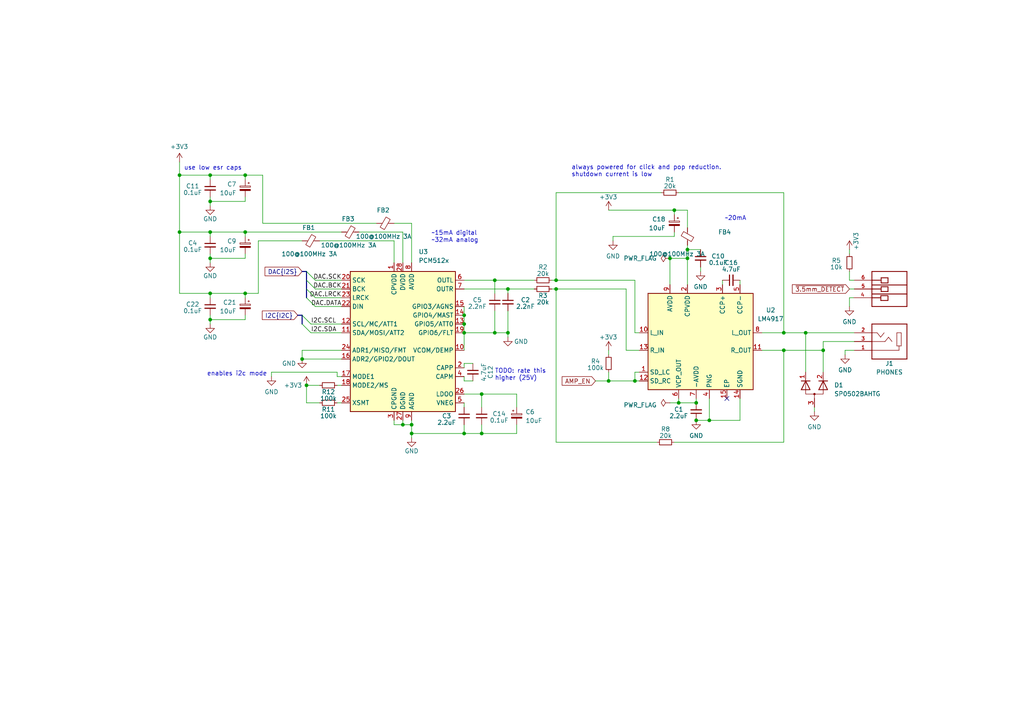
<source format=kicad_sch>
(kicad_sch (version 20230121) (generator eeschema)
  (paper "A4")
  (title_block (date "2022-09-04") (rev "1"))
  (lib_symbols
    (symbol "Audio:PCM5121PW"
      (property "Reference" "U" (at -13.97 21.59 0))
      (property "Value" "PCM5121PW" (at 10.16 21.59 0))
      (symbol "PCM5121PW_0_1"
        (rectangle (start -15.24 20.32) (end 15.24 -20.32) (stroke (width 0.254)) (fill (type background)))
      )
      (symbol "PCM5121PW_1_1"
        (pin power_in line (at -2.54 22.86 270) (length 2.54) (name "CPVDD") (number "1"))
        (pin bidirectional line (at 17.78 -2.54 180) (length 2.54) (name "VCOM/DEMP") (number "10"))
        (pin bidirectional line (at -17.78 2.54 0) (length 2.54) (name "SDA/MOSI/ATT2") (number "11"))
        (pin input line (at -17.78 5.08 0) (length 2.54) (name "SCL/MC/ATT1") (number "12"))
        (pin bidirectional line (at 17.78 5.08 180) (length 2.54) (name "GPIO5/ATT0") (number "13"))
        (pin bidirectional line (at 17.78 7.62 180) (length 2.54) (name "GPIO4/MAST") (number "14"))
        (pin bidirectional line (at 17.78 10.16 180) (length 2.54) (name "GPIO3/AGNS") (number "15"))
        (pin bidirectional line (at -17.78 -5.08 0) (length 2.54) (name "ADR2/GPIO2/DOUT") (number "16"))
        (pin input line (at -17.78 -10.16 0) (length 2.54) (name "MODE1") (number "17"))
        (pin input line (at -17.78 -12.7 0) (length 2.54) (name "MODE2/MS") (number "18"))
        (pin bidirectional line (at 17.78 2.54 180) (length 2.54) (name "GPIO6/FLT") (number "19"))
        (pin passive line (at 17.78 -7.62 180) (length 2.54) (name "CAPP") (number "2"))
        (pin input line (at -17.78 17.78 0) (length 2.54) (name "SCK") (number "20"))
        (pin bidirectional line (at -17.78 15.24 0) (length 2.54) (name "BCK") (number "21"))
        (pin input line (at -17.78 10.16 0) (length 2.54) (name "DIN") (number "22"))
        (pin bidirectional line (at -17.78 12.7 0) (length 2.54) (name "LRCK") (number "23"))
        (pin bidirectional line (at -17.78 -2.54 0) (length 2.54) (name "ADR1/MISO/FMT") (number "24"))
        (pin input line (at -17.78 -17.78 0) (length 2.54) (name "XSMT") (number "25"))
        (pin passive line (at 17.78 -15.24 180) (length 2.54) (name "LDOO") (number "26"))
        (pin power_in line (at 0 -22.86 90) (length 2.54) (name "DGND") (number "27"))
        (pin power_in line (at 0 22.86 270) (length 2.54) (name "DVDD") (number "28"))
        (pin power_in line (at -2.54 -22.86 90) (length 2.54) (name "CPGND") (number "3"))
        (pin passive line (at 17.78 -10.16 180) (length 2.54) (name "CAPM") (number "4"))
        (pin passive line (at 17.78 -17.78 180) (length 2.54) (name "VNEG") (number "5"))
        (pin output line (at 17.78 17.78 180) (length 2.54) (name "OUTL") (number "6"))
        (pin output line (at 17.78 15.24 180) (length 2.54) (name "OUTR") (number "7"))
        (pin power_in line (at 2.54 22.86 270) (length 2.54) (name "AVDD") (number "8"))
        (pin power_in line (at 2.54 -22.86 90) (length 2.54) (name "AGND") (number "9"))
      )
    )
    (symbol "Device:C_Polarized_Small" (pin_numbers hide) (pin_names (offset 0.254) hide)
      (property "Reference" "C" (at 0.254 1.778 0))
      (property "Value" "C_Polarized_Small" (at 0.254 -2.032 0))
      (symbol "C_Polarized_Small_0_1"
        (rectangle (start -1.524 -0.3048) (end 1.524 -0.6858) (fill (type outline)))
        (rectangle (start -1.524 0.6858) (end 1.524 0.3048))
        (polyline (pts (xy -1.27 1.524) (xy -0.762 1.524)))
        (polyline (pts (xy -1.016 1.27) (xy -1.016 1.778)))
      )
      (symbol "C_Polarized_Small_1_1"
        (pin passive line (at 0 2.54 270) (length 1.8542) (name "~") (number "1"))
        (pin passive line (at 0 -2.54 90) (length 1.8542) (name "~") (number "2"))
      )
    )
    (symbol "Device:C_Small" (pin_numbers hide) (pin_names (offset 0.254) hide)
      (property "Reference" "C" (at 0.254 1.778 0))
      (property "Value" "C_Small" (at 0.254 -2.032 0))
      (symbol "C_Small_0_1"
        (polyline (pts (xy -1.524 -0.508) (xy 1.524 -0.508)) (stroke (width 0.3302)))
        (polyline (pts (xy -1.524 0.508) (xy 1.524 0.508)) (stroke (width 0.3048)))
      )
      (symbol "C_Small_1_1"
        (pin passive line (at 0 2.54 270) (length 2.032) (name "~") (number "1"))
        (pin passive line (at 0 -2.54 90) (length 2.032) (name "~") (number "2"))
      )
    )
    (symbol "Device:D_Dual_CommonAnode_KKA_Parallel" (pin_names (offset 0.762) hide)
      (property "Reference" "D" (at 0 5.08 0))
      (property "Value" "D_Dual_CommonAnode_KKA_Parallel" (at 0 -5.08 0))
      (symbol "D_Dual_CommonAnode_KKA_Parallel_0_0"
        (polyline (pts (xy 2.54 -3.81) (xy 2.54 -1.27)) (stroke (width 0.254)))
        (polyline (pts (xy 2.54 1.27) (xy 2.54 3.81)) (stroke (width 0.254)))
      )
      (symbol "D_Dual_CommonAnode_KKA_Parallel_0_1"
        (circle (center -1.27 0) (radius 0.254) (fill (type outline)))
        (polyline (pts (xy -1.27 0) (xy -2.54 0)))
        (polyline (pts (xy 2.54 2.54) (xy -1.27 2.54) (xy -1.27 -2.54) (xy 2.54 -2.54)))
        (polyline (pts (xy 0 -1.27) (xy 2.54 -2.54) (xy 0 -3.81) (xy 0 -1.27) (xy 0 -1.27) (xy 0 -1.27)) (stroke (width 0.254)))
        (polyline (pts (xy 0 3.81) (xy 2.54 2.54) (xy 0 1.27) (xy 0 3.81) (xy 0 3.81) (xy 0 3.81)) (stroke (width 0.254)))
        (pin passive line (at 5.08 2.54 180) (length 2.54) (name "K") (number "1"))
        (pin passive line (at 5.08 -2.54 180) (length 2.54) (name "K") (number "2"))
        (pin passive line (at -5.08 0 0) (length 2.54) (name "A") (number "3"))
      )
    )
    (symbol "Device:FerriteBead_Small" (pin_numbers hide) (pin_names (offset 0))
      (property "Reference" "FB" (at 1.905 1.27 0))
      (property "Value" "FerriteBead_Small" (at 1.905 -1.27 0))
      (symbol "FerriteBead_Small_0_1"
        (polyline (pts (xy 0 -1.27) (xy 0 -0.7874)))
        (polyline (pts (xy 0 0.889) (xy 0 1.2954)))
        (polyline (pts (xy -1.8288 0.2794) (xy -1.1176 1.4986) (xy 1.8288 -0.2032) (xy 1.1176 -1.4224) (xy -1.8288 0.2794)))
      )
      (symbol "FerriteBead_Small_1_1"
        (pin passive line (at 0 2.54 270) (length 1.27) (name "~") (number "1"))
        (pin passive line (at 0 -2.54 90) (length 1.27) (name "~") (number "2"))
      )
    )
    (symbol "Device:R_Small" (pin_numbers hide) (pin_names (offset 0.254) hide)
      (property "Reference" "R" (at 0.762 0.508 0))
      (property "Value" "R_Small" (at 0.762 -1.016 0))
      (symbol "R_Small_0_1"
        (rectangle (start -0.762 1.778) (end 0.762 -1.778) (stroke (width 0.2032)))
      )
      (symbol "R_Small_1_1"
        (pin passive line (at 0 2.54 270) (length 0.762) (name "~") (number "1"))
        (pin passive line (at 0 -2.54 90) (length 0.762) (name "~") (number "2"))
      )
    )
    (symbol "power:+3V3" (power) (pin_names (offset 0))
      (property "Value" "+3V3" (at 0 3.556 0))
      (symbol "+3V3_0_1"
        (polyline (pts (xy -0.762 1.27) (xy 0 2.54)))
        (polyline (pts (xy 0 0) (xy 0 2.54)))
        (polyline (pts (xy 0 2.54) (xy 0.762 1.27)))
      )
      (symbol "+3V3_1_1"
        (pin power_in line (at 0 0 90) (length 0) hide (name "+3V3") (number "1"))
      )
    )
    (symbol "power:GND" (power) (pin_names (offset 0))
      (property "Value" "GND" (at 0 -3.81 0))
      (symbol "GND_0_1"
        (polyline (pts (xy 0 0) (xy 0 -1.27) (xy 1.27 -1.27) (xy 0 -2.54) (xy -1.27 -1.27) (xy 0 -1.27)))
      )
      (symbol "GND_1_1"
        (pin power_in line (at 0 0 270) (length 0) hide (name "GND") (number "1"))
      )
    )
    (symbol "power:PWR_FLAG" (power) (pin_numbers hide) (pin_names (offset 0) hide)
      (property "Value" "PWR_FLAG" (at 0 3.81 0))
      (symbol "PWR_FLAG_0_0"
        (pin power_out line (at 0 0 90) (length 0) (name "pwr") (number "1"))
      )
      (symbol "PWR_FLAG_0_1"
        (polyline (pts (xy 0 0) (xy 0 1.27) (xy -1.016 1.905) (xy 0 2.54) (xy 1.016 1.905) (xy 0 1.27)))
      )
    )
    (symbol "symbols:LM4917"
      (property "Reference" "U" (at 0 0 0))
      (property "Value" "LM4917" (at 0 0 0))
      (symbol "LM4917_0_0"
        (pin input line (at -17.78 -2.54 0) (length 2.54) (name "R_IN") (number "13"))
        (pin power_in line (at 11.43 -16.51 90) (length 2.54) (name "SGND") (number "14"))
        (pin power_in line (at 7.62 -16.51 90) (length 2.54) (name "EP") (number "15"))
        (pin passive line (at 6.35 16.51 270) (length 2.54) (name "CCP+") (number "3"))
      )
      (symbol "LM4917_0_1"
        (rectangle (start -15.24 13.97) (end 15.24 -13.97) (stroke (width 0.254)) (fill (type background)))
      )
      (symbol "LM4917_1_1"
        (pin input line (at -17.78 -8.89 0) (length 2.54) (name "SD_LC") (number "1"))
        (pin input line (at -17.78 2.54 0) (length 2.54) (name "L_IN") (number "10"))
        (pin output line (at 17.78 -2.54 180) (length 2.54) (name "R_OUT") (number "11"))
        (pin input line (at -17.78 -11.43 0) (length 2.54) (name "SD_RC") (number "12"))
        (pin power_in line (at -3.81 16.51 270) (length 2.54) (name "CPVDD") (number "2"))
        (pin power_in line (at 2.54 -16.51 90) (length 2.54) (name "PNG") (number "4"))
        (pin passive line (at 11.43 16.51 270) (length 2.54) (name "CCP-") (number "5"))
        (pin power_in line (at -6.35 -16.51 90) (length 2.54) (name "VCP_OUT") (number "6"))
        (pin power_in line (at -1.27 -16.51 90) (length 2.54) (name "-AVDD") (number "7"))
        (pin output line (at 17.78 2.54 180) (length 2.54) (name "L_OUT") (number "8"))
        (pin power_in line (at -8.89 16.51 270) (length 2.54) (name "AVDD") (number "9"))
      )
    )
    (symbol "symbols:SJ-3566AN" (pin_names (offset 1.016) hide)
      (property "Reference" "J" (at -5.1054 5.7404 0))
      (property "Value" "SJ-3566AN" (at -5.1054 -22.9362 0))
      (symbol "SJ-3566AN_0_0"
        (polyline (pts (xy -5.1054 -13.7922) (xy 5.0038 -13.7922)) (stroke (width 0.254)))
        (polyline (pts (xy -5.08 -20.32) (xy 5.08 -20.32)) (stroke (width 0.254)))
        (polyline (pts (xy -5.08 -10.16) (xy -5.08 -20.32)) (stroke (width 0.254)))
        (polyline (pts (xy -5.08 -5.08) (xy 5.08 -5.08)) (stroke (width 0.254)))
        (polyline (pts (xy -5.08 5.08) (xy -5.08 -5.08)) (stroke (width 0.254)))
        (polyline (pts (xy -3.429 -2.54) (xy -2.159 -2.54)) (stroke (width 0.1524)))
        (polyline (pts (xy -3.429 1.27) (xy -3.429 -2.54)) (stroke (width 0.1524)))
        (polyline (pts (xy -2.794 1.27) (xy -3.429 1.27)) (stroke (width 0.1524)))
        (polyline (pts (xy -2.794 1.27) (xy -2.794 2.54)) (stroke (width 0.1524)))
        (polyline (pts (xy -2.794 2.54) (xy 5.08 2.54)) (stroke (width 0.1524)))
        (polyline (pts (xy -2.159 -2.54) (xy -2.159 1.27)) (stroke (width 0.1524)))
        (polyline (pts (xy -2.159 1.27) (xy -2.794 1.27)) (stroke (width 0.1524)))
        (polyline (pts (xy 0.254 -1.27) (xy -0.762 0)) (stroke (width 0.1524)))
        (polyline (pts (xy 0.4064 -18.4912) (xy 0.4064 -16.9926)) (stroke (width 0.254)))
        (polyline (pts (xy 0.4064 -16.9926) (xy 2.3876 -16.9926)) (stroke (width 0.254)))
        (polyline (pts (xy 0.4064 -15.9004) (xy 0.4064 -14.5034)) (stroke (width 0.254)))
        (polyline (pts (xy 0.4064 -14.5034) (xy 2.3876 -14.5034)) (stroke (width 0.254)))
        (polyline (pts (xy 0.4064 -11.9126) (xy 0.4064 -13.3096)) (stroke (width 0.254)))
        (polyline (pts (xy 0.508 -13.3096) (xy 2.4892 -13.3096)) (stroke (width 0.254)))
        (polyline (pts (xy 1.27 0) (xy 0.254 -1.27)) (stroke (width 0.1524)))
        (polyline (pts (xy 1.524 -2.54) (xy 2.54 -1.27)) (stroke (width 0.1524)))
        (polyline (pts (xy 2.3876 -18.4912) (xy 0.4064 -18.4912)) (stroke (width 0.254)))
        (polyline (pts (xy 2.3876 -16.9926) (xy 2.3876 -18.4912)) (stroke (width 0.254)))
        (polyline (pts (xy 2.3876 -15.9004) (xy 0.4064 -15.9004)) (stroke (width 0.254)))
        (polyline (pts (xy 2.3876 -14.5034) (xy 2.3876 -15.9004)) (stroke (width 0.254)))
        (polyline (pts (xy 2.4892 -13.3096) (xy 2.4892 -11.9126)) (stroke (width 0.254)))
        (polyline (pts (xy 2.4892 -11.9126) (xy 0.508 -11.9126)) (stroke (width 0.254)))
        (polyline (pts (xy 2.54 -1.27) (xy 3.556 -2.54)) (stroke (width 0.1524)))
        (polyline (pts (xy 5.08 -20.32) (xy 5.08 -17.78)) (stroke (width 0.254)))
        (polyline (pts (xy 5.08 -17.78) (xy 2.54 -17.78)) (stroke (width 0.254)))
        (polyline (pts (xy 5.08 -17.78) (xy 5.08 -15.24)) (stroke (width 0.254)))
        (polyline (pts (xy 5.08 -15.24) (xy 2.54 -15.24)) (stroke (width 0.254)))
        (polyline (pts (xy 5.08 -15.24) (xy 5.08 -12.7)) (stroke (width 0.254)))
        (polyline (pts (xy 5.08 -12.7) (xy 2.54 -12.7)) (stroke (width 0.254)))
        (polyline (pts (xy 5.08 -12.7) (xy 5.08 -10.16)) (stroke (width 0.254)))
        (polyline (pts (xy 5.08 -10.16) (xy -5.08 -10.16)) (stroke (width 0.254)))
        (polyline (pts (xy 5.08 -5.08) (xy 5.08 -2.54)) (stroke (width 0.254)))
        (polyline (pts (xy 5.08 -2.54) (xy 3.556 -2.54)) (stroke (width 0.1524)))
        (polyline (pts (xy 5.08 -2.54) (xy 5.08 0)) (stroke (width 0.254)))
        (polyline (pts (xy 5.08 0) (xy 1.27 0)) (stroke (width 0.1524)))
        (polyline (pts (xy 5.08 0) (xy 5.08 2.54)) (stroke (width 0.254)))
        (polyline (pts (xy 5.08 2.54) (xy 5.08 5.08)) (stroke (width 0.254)))
        (polyline (pts (xy 5.08 5.08) (xy -5.08 5.08)) (stroke (width 0.254)))
        (polyline (pts (xy 5.1054 -16.4084) (xy -5.1054 -16.4084)) (stroke (width 0.254)))
        (pin passive line (at 10.16 2.54 180) (length 5.08) (name "~") (number "1"))
        (pin passive line (at 10.16 -2.54 180) (length 5.08) (name "~") (number "2"))
        (pin passive line (at 10.16 0 180) (length 5.08) (name "~") (number "3"))
        (pin passive line (at 10.3124 -12.7 180) (length 5.08) (name "~") (number "4"))
        (pin passive line (at 10.16 -15.24 180) (length 5.08) (name "~") (number "5"))
        (pin passive line (at 10.16 -17.78 180) (length 5.08) (name "~") (number "6"))
      )
    )
  )
  (junction (at 71.12 85.09))
  (junction (at 147.32 83.82))
  (junction (at 134.62 93.98))
  (junction (at 134.62 91.44))
  (junction (at 139.7 125.73))
  (junction (at 201.93 121.92))
  (junction (at 52.07 50.8))
  (junction (at 195.58 60.96))
  (junction (at 176.53 110.49))
  (junction (at 119.38 125.73))
  (junction (at 184.15 110.49))
  (junction (at 60.96 58.42))
  (junction (at 52.07 67.31))
  (junction (at 71.12 50.8))
  (junction (at 116.84 123.19))
  (junction (at 238.76 101.6))
  (junction (at 227.33 101.6))
  (junction (at 139.7 114.3))
  (junction (at 147.32 96.52))
  (junction (at 199.39 74.93))
  (junction (at 60.96 67.31))
  (junction (at 87.63 104.14))
  (junction (at 143.51 96.52))
  (junction (at 205.74 121.92))
  (junction (at 119.38 123.19))
  (junction (at 201.93 116.84))
  (junction (at 60.96 92.71))
  (junction (at 134.62 96.52))
  (junction (at 134.62 125.73))
  (junction (at 161.29 83.82))
  (junction (at 60.96 50.8))
  (junction (at 199.39 72.39))
  (junction (at 233.68 96.52))
  (junction (at 88.9 111.76))
  (junction (at 143.51 81.28))
  (junction (at 71.12 67.31))
  (junction (at 196.85 116.84))
  (junction (at 161.29 81.28))
  (junction (at 60.96 85.09))
  (junction (at 60.96 74.93))
  (junction (at 194.31 74.93))
  (junction (at 227.33 96.52))
  (no_connect (at 210.82 115.57))
  (bus_entry (at 87.63 93.98) (size 2.54 2.54))
  (bus_entry (at 87.63 91.44) (size 2.54 2.54))
  (bus_entry (at 88.9 78.74) (size 2.54 2.54))
  (bus_entry (at 88.9 81.28) (size 2.54 2.54))
  (bus_entry (at 88.9 86.36) (size 2.54 2.54))
  (bus_entry (at 88.9 83.82) (size 2.54 2.54))
  (wire (pts (xy 176.53 102.87) (xy 176.53 101.6)))
  (wire (pts (xy 60.96 92.71) (xy 60.96 93.98)))
  (wire (pts (xy 184.15 81.28) (xy 184.15 96.52)))
  (wire (pts (xy 134.62 105.41) (xy 134.62 106.68)))
  (wire (pts (xy 71.12 57.15) (xy 71.12 58.42)))
  (wire (pts (xy 116.84 123.19) (xy 119.38 123.19)))
  (wire (pts (xy 227.33 101.6) (xy 227.33 128.27)))
  (wire (pts (xy 172.72 110.49) (xy 176.53 110.49)))
  (wire (pts (xy 227.33 128.27) (xy 195.58 128.27)))
  (wire (pts (xy 209.55 81.28) (xy 209.55 82.55)))
  (wire (pts (xy 220.98 101.6) (xy 227.33 101.6)))
  (wire (pts (xy 60.96 74.93) (xy 71.12 74.93)))
  (wire (pts (xy 60.96 68.58) (xy 60.96 67.31)))
  (wire (pts (xy 176.53 60.96) (xy 195.58 60.96)))
  (wire (pts (xy 87.63 101.6) (xy 99.06 101.6)))
  (wire (pts (xy 247.8024 101.6) (xy 245.11 101.6)))
  (wire (pts (xy 177.8 68.58) (xy 177.8 69.85)))
  (wire (pts (xy 76.2 50.8) (xy 76.2 64.77)))
  (wire (pts (xy 87.63 101.6) (xy 87.63 104.14)))
  (bus (pts (xy 88.9 78.74) (xy 88.9 81.28)))
  (wire (pts (xy 139.7 125.73) (xy 134.62 125.73)))
  (wire (pts (xy 134.62 114.3) (xy 139.7 114.3)))
  (wire (pts (xy 161.29 55.88) (xy 191.77 55.88)))
  (wire (pts (xy 143.51 96.52) (xy 147.32 96.52)))
  (wire (pts (xy 195.58 60.96) (xy 199.39 60.96)))
  (wire (pts (xy 149.86 114.3) (xy 139.7 114.3)))
  (wire (pts (xy 52.07 50.8) (xy 60.96 50.8)))
  (wire (pts (xy 119.38 76.2) (xy 119.38 64.77)))
  (wire (pts (xy 134.62 81.28) (xy 143.51 81.28)))
  (wire (pts (xy 97.79 111.76) (xy 99.06 111.76)))
  (wire (pts (xy 233.68 96.52) (xy 233.68 107.95)))
  (wire (pts (xy 60.96 58.42) (xy 71.12 58.42)))
  (wire (pts (xy 214.63 115.57) (xy 214.63 121.92)))
  (bus (pts (xy 87.63 78.74) (xy 88.9 78.74)))
  (wire (pts (xy 181.61 83.82) (xy 161.29 83.82)))
  (wire (pts (xy 203.2 78.74) (xy 203.2 77.47)))
  (wire (pts (xy 97.79 107.95) (xy 97.79 109.22)))
  (wire (pts (xy 147.32 90.17) (xy 147.32 96.52)))
  (wire (pts (xy 97.79 109.22) (xy 99.06 109.22)))
  (wire (pts (xy 227.33 55.88) (xy 227.33 96.52)))
  (wire (pts (xy 114.3 123.19) (xy 116.84 123.19)))
  (wire (pts (xy 60.96 67.31) (xy 71.12 67.31)))
  (wire (pts (xy 134.62 88.9) (xy 134.62 91.44)))
  (wire (pts (xy 238.76 101.6) (xy 238.76 99.06)))
  (wire (pts (xy 199.39 60.96) (xy 199.39 66.04)))
  (wire (pts (xy 99.06 67.31) (xy 71.12 67.31)))
  (wire (pts (xy 184.15 107.95) (xy 184.15 110.49)))
  (wire (pts (xy 71.12 73.66) (xy 71.12 74.93)))
  (wire (pts (xy 143.51 90.17) (xy 143.51 96.52)))
  (wire (pts (xy 137.16 110.49) (xy 134.62 110.49)))
  (wire (pts (xy 60.96 85.09) (xy 71.12 85.09)))
  (wire (pts (xy 161.29 81.28) (xy 160.02 81.28)))
  (wire (pts (xy 143.51 81.28) (xy 143.51 85.09)))
  (wire (pts (xy 60.96 50.8) (xy 71.12 50.8)))
  (wire (pts (xy 134.62 83.82) (xy 147.32 83.82)))
  (wire (pts (xy 181.61 83.82) (xy 181.61 101.6)))
  (wire (pts (xy 139.7 123.19) (xy 139.7 125.73)))
  (wire (pts (xy 88.9 116.84) (xy 92.71 116.84)))
  (wire (pts (xy 177.8 68.58) (xy 195.58 68.58)))
  (bus (pts (xy 87.63 91.44) (xy 87.63 93.98)))
  (wire (pts (xy 71.12 92.71) (xy 71.12 91.44)))
  (wire (pts (xy 60.96 91.44) (xy 60.96 92.71)))
  (wire (pts (xy 149.86 123.19) (xy 149.86 125.73)))
  (wire (pts (xy 90.17 96.52) (xy 99.06 96.52)))
  (wire (pts (xy 52.07 67.31) (xy 52.07 85.09)))
  (wire (pts (xy 71.12 86.36) (xy 71.12 85.09)))
  (wire (pts (xy 52.07 50.8) (xy 52.07 67.31)))
  (wire (pts (xy 246.38 72.39) (xy 246.38 73.66)))
  (wire (pts (xy 195.58 68.58) (xy 195.58 67.31)))
  (wire (pts (xy 134.62 123.19) (xy 134.62 125.73)))
  (wire (pts (xy 143.51 81.28) (xy 154.94 81.28)))
  (wire (pts (xy 161.29 55.88) (xy 161.29 81.28)))
  (wire (pts (xy 88.9 111.76) (xy 92.71 111.76)))
  (wire (pts (xy 60.96 52.07) (xy 60.96 50.8)))
  (wire (pts (xy 161.29 128.27) (xy 161.29 83.82)))
  (wire (pts (xy 227.33 101.6) (xy 238.76 101.6)))
  (wire (pts (xy 88.9 111.76) (xy 88.9 116.84)))
  (wire (pts (xy 233.68 96.52) (xy 247.8024 96.52)))
  (wire (pts (xy 149.86 118.11) (xy 149.86 114.3)))
  (wire (pts (xy 71.12 68.58) (xy 71.12 67.31)))
  (wire (pts (xy 205.74 121.92) (xy 201.93 121.92)))
  (bus (pts (xy 88.9 83.82) (xy 88.9 86.36)))
  (wire (pts (xy 220.98 96.52) (xy 227.33 96.52)))
  (wire (pts (xy 236.22 119.38) (xy 236.22 118.11)))
  (wire (pts (xy 60.96 73.66) (xy 60.96 74.93)))
  (wire (pts (xy 78.74 107.95) (xy 78.74 109.22)))
  (wire (pts (xy 161.29 83.82) (xy 160.02 83.82)))
  (wire (pts (xy 147.32 97.79) (xy 147.32 96.52)))
  (wire (pts (xy 91.44 86.36) (xy 99.06 86.36)))
  (wire (pts (xy 74.93 85.09) (xy 74.93 69.85)))
  (wire (pts (xy 246.38 86.36) (xy 247.65 86.36)))
  (wire (pts (xy 238.76 101.6) (xy 238.76 107.95)))
  (wire (pts (xy 134.62 125.73) (xy 119.38 125.73)))
  (wire (pts (xy 184.15 110.49) (xy 185.42 110.49)))
  (wire (pts (xy 245.11 101.6) (xy 245.11 102.87)))
  (wire (pts (xy 134.62 110.49) (xy 134.62 109.22)))
  (wire (pts (xy 199.39 72.39) (xy 203.2 72.39)))
  (wire (pts (xy 196.85 115.57) (xy 196.85 116.84)))
  (wire (pts (xy 60.96 74.93) (xy 60.96 76.2)))
  (wire (pts (xy 246.38 81.28) (xy 247.8024 81.28)))
  (wire (pts (xy 97.79 116.84) (xy 99.06 116.84)))
  (wire (pts (xy 194.31 82.55) (xy 194.31 74.93)))
  (wire (pts (xy 246.38 88.9) (xy 246.38 86.36)))
  (wire (pts (xy 214.63 81.28) (xy 214.63 82.55)))
  (bus (pts (xy 88.9 81.28) (xy 88.9 83.82)))
  (wire (pts (xy 91.44 83.82) (xy 99.06 83.82)))
  (wire (pts (xy 134.62 93.98) (xy 134.62 96.52)))
  (wire (pts (xy 227.33 96.52) (xy 233.68 96.52)))
  (wire (pts (xy 116.84 76.2) (xy 116.84 67.31)))
  (wire (pts (xy 114.3 69.85) (xy 114.3 76.2)))
  (wire (pts (xy 78.74 107.95) (xy 97.79 107.95)))
  (wire (pts (xy 205.74 115.57) (xy 205.74 121.92)))
  (wire (pts (xy 74.93 69.85) (xy 87.63 69.85)))
  (wire (pts (xy 60.96 86.36) (xy 60.96 85.09)))
  (wire (pts (xy 52.07 46.99) (xy 52.07 50.8)))
  (wire (pts (xy 176.53 110.49) (xy 184.15 110.49)))
  (wire (pts (xy 199.39 71.12) (xy 199.39 72.39)))
  (wire (pts (xy 71.12 85.09) (xy 74.93 85.09)))
  (wire (pts (xy 205.74 121.92) (xy 214.63 121.92)))
  (wire (pts (xy 194.31 74.93) (xy 199.39 74.93)))
  (wire (pts (xy 184.15 107.95) (xy 185.42 107.95)))
  (bus (pts (xy 86.36 91.44) (xy 87.63 91.44)))
  (wire (pts (xy 92.71 69.85) (xy 114.3 69.85)))
  (wire (pts (xy 196.85 55.88) (xy 227.33 55.88)))
  (wire (pts (xy 246.38 83.82) (xy 247.8024 83.82)))
  (wire (pts (xy 194.31 116.84) (xy 196.85 116.84)))
  (wire (pts (xy 201.93 116.84) (xy 201.93 115.57)))
  (wire (pts (xy 119.38 123.19) (xy 119.38 125.73)))
  (wire (pts (xy 134.62 96.52) (xy 143.51 96.52)))
  (wire (pts (xy 176.53 107.95) (xy 176.53 110.49)))
  (wire (pts (xy 134.62 116.84) (xy 134.62 118.11)))
  (wire (pts (xy 114.3 64.77) (xy 119.38 64.77)))
  (wire (pts (xy 149.86 125.73) (xy 139.7 125.73)))
  (wire (pts (xy 147.32 83.82) (xy 154.94 83.82)))
  (wire (pts (xy 134.62 96.52) (xy 134.62 101.6)))
  (wire (pts (xy 147.32 83.82) (xy 147.32 85.09)))
  (wire (pts (xy 134.62 91.44) (xy 134.62 93.98)))
  (wire (pts (xy 90.17 93.98) (xy 99.06 93.98)))
  (wire (pts (xy 52.07 85.09) (xy 60.96 85.09)))
  (wire (pts (xy 116.84 121.92) (xy 116.84 123.19)))
  (wire (pts (xy 185.42 101.6) (xy 181.61 101.6)))
  (wire (pts (xy 184.15 96.52) (xy 185.42 96.52)))
  (wire (pts (xy 195.58 60.96) (xy 195.58 62.23)))
  (wire (pts (xy 71.12 50.8) (xy 76.2 50.8)))
  (wire (pts (xy 139.7 118.11) (xy 139.7 114.3)))
  (wire (pts (xy 60.96 58.42) (xy 60.96 59.69)))
  (wire (pts (xy 52.07 67.31) (xy 60.96 67.31)))
  (wire (pts (xy 87.63 104.14) (xy 99.06 104.14)))
  (wire (pts (xy 199.39 72.39) (xy 199.39 74.93)))
  (wire (pts (xy 184.15 81.28) (xy 161.29 81.28)))
  (wire (pts (xy 76.2 64.77) (xy 109.22 64.77)))
  (wire (pts (xy 91.44 81.28) (xy 99.06 81.28)))
  (wire (pts (xy 199.39 74.93) (xy 199.39 82.55)))
  (wire (pts (xy 119.38 121.92) (xy 119.38 123.19)))
  (wire (pts (xy 114.3 121.92) (xy 114.3 123.19)))
  (wire (pts (xy 116.84 67.31) (xy 104.14 67.31)))
  (wire (pts (xy 196.85 116.84) (xy 201.93 116.84)))
  (wire (pts (xy 238.76 99.06) (xy 247.8024 99.06)))
  (wire (pts (xy 137.16 105.41) (xy 134.62 105.41)))
  (wire (pts (xy 71.12 52.07) (xy 71.12 50.8)))
  (wire (pts (xy 119.38 125.73) (xy 119.38 127)))
  (wire (pts (xy 246.38 81.28) (xy 246.38 78.74)))
  (wire (pts (xy 60.96 57.15) (xy 60.96 58.42)))
  (wire (pts (xy 190.5 128.27) (xy 161.29 128.27)))
  (wire (pts (xy 91.44 88.9) (xy 99.06 88.9)))
  (wire (pts (xy 60.96 92.71) (xy 71.12 92.71)))
  (text "~20mA" (at 210.185 64.135 0) (effects (font (size 1.27 1.27)) (justify left bottom)))
  (text "always powered for click and pop reduction.\nshutdown current is low" (at 165.735 51.435 0) (effects (font (size 1.27 1.27)) (justify left bottom)))
  (text "~15mA digital\n~32mA analog" (at 125.095 70.485 0) (effects (font (size 1.27 1.27)) (justify left bottom)))
  (text "use low esr caps" (at 53.34 49.53 0) (effects (font (size 1.27 1.27)) (justify left bottom)))
  (text "TODO: rate this\nhigher (25V)" (at 143.51 110.49 0) (effects (font (size 1.27 1.27)) (justify left bottom)))
  (text "enables i2c mode" (at 77.47 109.22 0) (effects (font (size 1.27 1.27)) (justify right bottom)))
  (label "DAC.BCK" (at 99.06 83.82 180))
  (label "DAC.LRCK" (at 99.06 86.36 180))
  (label "DAC.DATA" (at 99.06 88.9 180))
  (label "I2C.SCL" (at 90.17 93.98 0))
  (label "I2C.SDA" (at 90.17 96.52 0))
  (label "DAC.SCK" (at 99.06 81.28 180))
  (global_label "AMP_EN" (shape input) (at 172.72 110.49 180) (property "Intersheetrefs" "${INTERSHEET_REFS}" (effects hide)))
  (global_label "I2C{I2C}" (shape input) (at 86.36 91.44 180) (property "Intersheetrefs" "${INTERSHEET_REFS}" (effects hide)))
  (global_label "DAC{I2S}" (shape input) (at 87.63 78.74 180) (property "Intersheetrefs" "${INTERSHEET_REFS}" (effects hide)))
  (global_label "~{3.5mm_DETECT}" (shape input) (at 246.38 83.82 180) (property "Intersheetrefs" "${INTERSHEET_REFS}" (effects hide)))
  (symbol (lib_id "power:GND") (at 119.38 127 0) (unit 1)
    (property "Reference" "#PWR0308" (effects hide))
    (property "Value" "GND" (at 119.38 130.81 0))
  )
  (symbol (lib_id "power:GND") (at 87.63 104.14 0) (unit 1)
    (property "Reference" "#PWR0307" (effects hide))
    (property "Value" "GND" (at 83.82 105.41 0))
  )
  (symbol (lib_id "Device:C_Small") (at 139.7 120.65 0) (unit 1)
    (property "Reference" "C14" (at 144.78 120.015 0))
    (property "Value" "0.1uF" (at 144.78 121.92 0))
    (property "Footprint" "Capacitor_SMD:C_0603_1608Metric" (effects hide))
  )
  (symbol (lib_id "Device:FerriteBead_Small") (at 199.39 68.58 180) (unit 1)
    (property "Reference" "FB4" (at 212.09 67.31 0) (effects (justify left)))
    (property "Value" "100@100MHz 3A" (at 204.47 73.66 0) (effects (justify left)))
    (property "Footprint" "Inductor_SMD:L_0603_1608Metric" (effects hide))
    (property "MPN" "BLM18KG101TN1D" (effects hide))
  )
  (symbol (lib_id "Device:R_Small") (at 193.04 128.27 90) (unit 1)
    (property "Reference" "R8" (at 193.04 124.46 90))
    (property "Value" "20k" (at 193.04 126.365 90))
    (property "Footprint" "Resistor_SMD:R_0603_1608Metric" (effects hide))
    (property "MPN" "AC0603FR-0720KL" (effects hide))
  )
  (symbol (lib_id "Device:R_Small") (at 95.25 111.76 90) (unit 1)
    (property "Reference" "R12" (at 95.25 113.665 90))
    (property "Value" "100k" (at 95.25 115.57 90))
    (property "Footprint" "Resistor_SMD:R_0603_1608Metric" (effects hide))
    (property "MPN" "RC0603JR-10100KL" (effects hide))
  )
  (symbol (lib_id "Device:R_Small") (at 157.48 81.28 90) (unit 1)
    (property "Reference" "R2" (at 157.48 77.47 90))
    (property "Value" "20k" (at 157.48 79.375 90))
    (property "Footprint" "Resistor_SMD:R_0603_1608Metric" (effects hide))
    (property "MPN" "AC0603FR-0720KL" (effects hide))
  )
  (symbol (lib_id "power:GND") (at 60.96 93.98 0) (unit 1)
    (property "Reference" "#PWR0303" (effects hide))
    (property "Value" "GND" (at 60.96 97.79 0))
  )
  (symbol (lib_id "Device:FerriteBead_Small") (at 90.17 69.85 90) (unit 1)
    (property "Reference" "FB1" (at 91.44 66.04 90) (effects (justify left)))
    (property "Value" "100@100MHz 3A" (at 97.79 73.66 90) (effects (justify left)))
    (property "Footprint" "Inductor_SMD:L_0603_1608Metric" (effects hide))
    (property "MPN" "BLM18KG101TN1D" (effects hide))
  )
  (symbol (lib_id "Device:C_Small") (at 134.62 120.65 0) (unit 1)
    (property "Reference" "C3" (at 129.54 120.65 0))
    (property "Value" "2.2uF" (at 129.54 122.555 0))
    (property "Footprint" "Capacitor_SMD:C_0603_1608Metric" (effects hide))
    (property "MPN" "EMK107ABJ225KA8T" (effects hide))
  )
  (symbol (lib_id "Device:C_Polarized_Small") (at 149.86 120.65 0) (unit 1)
    (property "Reference" "C6" (at 152.4 119.4689 0) (effects (justify left)))
    (property "Value" "10uF" (at 152.4 122.0089 0) (effects (justify left)))
    (property "Footprint" "Capacitor_Tantalum_SMD:CP_EIA-3216-18_Kemet-A" (effects hide))
    (property "MPN" "TCJA106M020R0150 " (effects hide))
  )
  (symbol (lib_id "power:GND") (at 78.74 109.22 0) (unit 1)
    (property "Reference" "#PWR0305" (effects hide))
    (property "Value" "GND" (at 78.74 113.665 0))
  )
  (symbol (lib_id "Device:C_Polarized_Small") (at 195.58 64.77 0) (mirror y) (unit 1)
    (property "Reference" "C18" (at 193.04 63.5889 0) (effects (justify left)))
    (property "Value" "10uF" (at 193.04 66.1289 0) (effects (justify left)))
    (property "Footprint" "Capacitor_Tantalum_SMD:CP_EIA-3216-18_Kemet-A" (effects hide))
    (property "MPN" "TCJA106M020R0150 " (effects hide))
  )
  (symbol (lib_id "power:GND") (at 147.32 97.79 0) (unit 1)
    (property "Reference" "#PWR0309" (effects hide))
    (property "Value" "GND" (at 151.13 99.06 0))
  )
  (symbol (lib_id "power:GND") (at 245.11 102.87 0) (unit 1)
    (property "Reference" "#PWR0315" (effects hide))
    (property "Value" "GND" (at 245.11 107.315 0))
  )
  (symbol (lib_id "power:+3V3") (at 176.53 60.96 0) (unit 1)
    (property "Reference" "#PWR0310" (effects hide))
    (property "Value" "+3V3" (at 179.07 57.15 0) (effects (justify right)))
  )
  (symbol (lib_id "power:GND") (at 60.96 59.69 0) (unit 1)
    (property "Reference" "#PWR0304" (effects hide))
    (property "Value" "GND" (at 60.96 63.5 0))
  )
  (symbol (lib_id "power:GND") (at 236.22 119.38 0) (unit 1)
    (property "Reference" "#PWR0314" (effects hide))
    (property "Value" "GND" (at 236.22 123.825 0))
  )
  (symbol (lib_id "Device:C_Small") (at 203.2 74.93 0) (mirror y) (unit 1)
    (property "Reference" "C10" (at 208.28 74.295 0))
    (property "Value" "0.1uF" (at 208.28 76.2 0))
    (property "Footprint" "Capacitor_SMD:C_0603_1608Metric" (effects hide))
  )
  (symbol (lib_id "Device:C_Small") (at 212.09 81.28 90) (unit 1)
    (property "Reference" "C16" (at 212.09 76.2 90))
    (property "Value" "4.7uF" (at 212.09 78.105 90))
    (property "Footprint" "Capacitor_SMD:C_0603_1608Metric" (effects hide))
  )
  (symbol (lib_id "power:+3V3") (at 246.38 72.39 0) (unit 1)
    (property "Reference" "#PWR0316" (effects hide))
    (property "Value" "+3V3" (at 248.285 67.31 90) (effects (justify right)))
  )
  (symbol (lib_id "Device:R_Small") (at 176.53 105.41 180) (unit 1)
    (property "Reference" "R4" (at 172.72 104.775 0))
    (property "Value" "100k" (at 172.72 106.68 0))
    (property "Footprint" "Resistor_SMD:R_0603_1608Metric" (effects hide))
    (property "MPN" "RC0603JR-10100KL" (effects hide))
  )
  (symbol (lib_id "power:+3V3") (at 176.53 101.6 0) (unit 1)
    (property "Reference" "#PWR0311" (effects hide))
    (property "Value" "+3V3" (at 179.07 97.79 0) (effects (justify right)))
  )
  (symbol (lib_id "power:GND") (at 246.38 88.9 0) (unit 1)
    (property "Reference" "#PWR0317" (effects hide))
    (property "Value" "GND" (at 246.38 93.345 0))
  )
  (symbol (lib_id "power:GND") (at 201.93 121.92 0) (unit 1)
    (property "Reference" "#PWR0313" (effects hide))
    (property "Value" "GND" (at 201.93 126.365 0))
  )
  (symbol (lib_id "Device:R_Small") (at 246.38 76.2 180) (unit 1)
    (property "Reference" "R5" (at 242.57 75.565 0))
    (property "Value" "10k" (at 242.57 77.47 0))
    (property "Footprint" "Resistor_SMD:R_0603_1608Metric" (effects hide))
    (property "MPN" "AC0603JR-0710KL" (effects hide))
  )
  (symbol (lib_id "symbols:SJ-3566AN") (at 257.9624 99.06 180) (unit 1)
    (property "Reference" "J1" (at 257.9624 105.41 0))
    (property "Value" "PHONES" (at 257.9624 107.95 0))
    (property "Footprint" "footprints:CUI_SJ-3566AN" (effects hide))
    (property "MPN" "SJ-3566AN" (effects hide))
    (property "STANDARD" "Manufacturer recommendations" (effects hide))
    (property "MF" "CUI Inc" (effects hide))
  )
  (symbol (lib_id "Device:C_Small") (at 137.16 107.95 0) (unit 1)
    (property "Reference" "C12" (at 142.24 107.95 90))
    (property "Value" "4.7uF" (at 140.335 107.95 90))
    (property "Footprint" "Capacitor_SMD:C_0603_1608Metric" (effects hide))
  )
  (symbol (lib_id "power:PWR_FLAG") (at 194.31 74.93 90) (unit 1)
    (property "Reference" "#FLG0203" (effects hide))
    (property "Value" "PWR_FLAG" (at 190.5 74.93 90) (effects (justify left)))
    (instances (project "gay-ipod" (path "" (reference "#FLG0203") (unit 1)) (path "" (reference "#FLG0102") (unit 1)) (path "" (reference "#FLG0401") (unit 1)) (path "" (reference "#FLG0302") (unit 1))))
  )
  (symbol (lib_id "power:GND") (at 177.8 69.85 0) (unit 1)
    (property "Reference" "#PWR0312" (effects hide))
    (property "Value" "GND" (at 177.8 74.295 0))
  )
  (symbol (lib_id "Device:FerriteBead_Small") (at 101.6 67.31 90) (unit 1)
    (property "Reference" "FB3" (at 102.87 63.5 90) (effects (justify left)))
    (property "Value" "100@100MHz 3A" (at 109.22 71.12 90) (effects (justify left)))
    (property "Footprint" "Inductor_SMD:L_0603_1608Metric" (effects hide))
    (property "MPN" "BLM18KG101TN1D" (effects hide))
  )
  (symbol (lib_id "power:GND") (at 60.96 76.2 0) (unit 1)
    (property "Reference" "#PWR0302" (effects hide))
    (property "Value" "GND" (at 60.96 80.01 0))
  )
  (symbol (lib_id "Device:C_Small") (at 60.96 88.9 0) (unit 1)
    (property "Reference" "C22" (at 55.88 88.265 0))
    (property "Value" "0.1uF" (at 55.88 90.17 0))
    (property "Footprint" "Capacitor_SMD:C_0603_1608Metric" (effects hide))
  )
  (symbol (lib_id "power:+3V3") (at 52.07 46.99 0) (unit 1)
    (property "Reference" "#PWR0301" (effects hide))
    (property "Value" "+3V3" (at 54.61 42.545 0) (effects (justify right)))
  )
  (symbol (lib_id "Device:C_Small") (at 60.96 71.12 0) (unit 1)
    (property "Reference" "C4" (at 55.88 70.485 0))
    (property "Value" "0.1uF" (at 55.88 72.39 0))
    (property "Footprint" "Capacitor_SMD:C_0603_1608Metric" (effects hide))
  )
  (symbol (lib_id "Device:R_Small") (at 157.48 83.82 270) (unit 1)
    (property "Reference" "R3" (at 157.48 85.725 90))
    (property "Value" "20k" (at 157.48 87.63 90))
    (property "Footprint" "Resistor_SMD:R_0603_1608Metric" (effects hide))
    (property "MPN" "AC0603FR-0720KL" (effects hide))
  )
  (symbol (lib_id "symbols:LM4917") (at 203.2 99.06 0) (unit 1)
    (property "Reference" "U2" (at 223.52 89.9412 0))
    (property "Value" "LM4917" (at 223.52 92.4812 0))
    (property "Footprint" "footprints:SOIC-14" (effects hide))
    (property "MPN" "LM4917SD" (effects hide))
  )
  (symbol (lib_id "Device:R_Small") (at 194.31 55.88 90) (unit 1)
    (property "Reference" "R1" (at 194.31 52.07 90))
    (property "Value" "20k" (at 194.31 53.975 90))
    (property "Footprint" "Resistor_SMD:R_0603_1608Metric" (effects hide))
    (property "MPN" "AC0603FR-0720KL" (effects hide))
  )
  (symbol (lib_id "Audio:PCM5121PW") (at 116.84 99.06 0) (unit 1)
    (property "Reference" "U3" (at 121.3994 73.025 0) (effects (justify left)))
    (property "Value" "PCM512x" (at 121.3994 75.565 0) (effects (justify left)))
    (property "Footprint" "Package_SO:TSSOP-28_4.4x9.7mm_P0.65mm" (effects hide))
    (property "Datasheet" "http://www.ti.com/lit/ds/symlink/pcm5121.pdf" (effects hide))
    (property "MPN" "PCM512x" (effects hide))
  )
  (symbol (lib_id "Device:C_Small") (at 147.32 87.63 0) (mirror y) (unit 1)
    (property "Reference" "C2" (at 152.4 86.995 0))
    (property "Value" "2.2nF" (at 152.4 88.9 0))
    (property "Footprint" "Capacitor_SMD:C_0603_1608Metric" (effects hide))
  )
  (symbol (lib_id "Device:C_Polarized_Small") (at 71.12 71.12 0) (mirror y) (unit 1)
    (property "Reference" "C9" (at 68.58 69.9389 0) (effects (justify left)))
    (property "Value" "10uF" (at 68.58 72.4789 0) (effects (justify left)))
    (property "Footprint" "Capacitor_Tantalum_SMD:CP_EIA-3216-18_Kemet-A" (effects hide))
    (property "MPN" "TCJA106M020R0150 " (effects hide))
  )
  (symbol (lib_id "Device:D_Dual_CommonAnode_KKA_Parallel") (at 236.22 113.03 90) (unit 1)
    (property "Reference" "D1" (at 241.935 111.6964 90) (effects (justify right)))
    (property "Value" "SP0502BAHTG " (at 241.935 114.2364 90) (effects (justify right)))
    (property "Footprint" "Package_TO_SOT_SMD:SOT-523" (effects hide))
    (property "MPN" "PESD2USB3UV-TR" (effects hide))
  )
  (symbol (lib_id "Device:R_Small") (at 95.25 116.84 90) (unit 1)
    (property "Reference" "R11" (at 95.25 118.745 90))
    (property "Value" "100k" (at 95.25 120.65 90))
    (property "Footprint" "Resistor_SMD:R_0603_1608Metric" (effects hide))
    (property "MPN" "RC0603JR-10100KL" (effects hide))
  )
  (symbol (lib_id "Device:C_Polarized_Small") (at 71.12 54.61 0) (mirror y) (unit 1)
    (property "Reference" "C7" (at 68.58 53.4289 0) (effects (justify left)))
    (property "Value" "10uF" (at 68.58 55.9689 0) (effects (justify left)))
    (property "Footprint" "Capacitor_Tantalum_SMD:CP_EIA-3216-18_Kemet-A" (effects hide))
    (property "MPN" "TCJA106M020R0150 " (effects hide))
  )
  (symbol (lib_id "Device:C_Small") (at 201.93 119.38 180) (unit 1)
    (property "Reference" "C1" (at 196.85 118.745 0))
    (property "Value" "2.2uF" (at 196.85 120.65 0))
    (property "Footprint" "Capacitor_SMD:C_0603_1608Metric" (effects hide))
    (property "MPN" "EMK107ABJ225KA8T" (effects hide))
  )
  (symbol (lib_id "Device:C_Small") (at 60.96 54.61 0) (unit 1)
    (property "Reference" "C11" (at 55.88 53.975 0))
    (property "Value" "0.1uF" (at 55.88 55.88 0))
    (property "Footprint" "Capacitor_SMD:C_0603_1608Metric" (effects hide))
  )
  (symbol (lib_id "Device:C_Small") (at 143.51 87.63 0) (unit 1)
    (property "Reference" "C5" (at 138.43 86.995 0))
    (property "Value" "2.2nF" (at 138.43 88.9 0))
    (property "Footprint" "Capacitor_SMD:C_0603_1608Metric" (effects hide))
  )
  (symbol (lib_id "Device:C_Polarized_Small") (at 71.12 88.9 0) (mirror y) (unit 1)
    (property "Reference" "C21" (at 68.58 87.7189 0) (effects (justify left)))
    (property "Value" "10uF" (at 68.58 90.2589 0) (effects (justify left)))
    (property "Footprint" "Capacitor_Tantalum_SMD:CP_EIA-3216-18_Kemet-A" (effects hide))
    (property "MPN" "TCJA106M020R0150 " (effects hide))
  )
  (symbol (lib_id "power:PWR_FLAG") (at 194.31 116.84 90) (unit 1)
    (property "Reference" "#FLG0203" (effects hide))
    (property "Value" "PWR_FLAG" (at 190.5 117.475 90) (effects (justify left)))
    (instances (project "gay-ipod" (path "" (reference "#FLG0203") (unit 1)) (path "" (reference "#FLG0102") (unit 1)) (path "" (reference "#FLG0401") (unit 1)) (path "" (reference "#FLG0301") (unit 1))))
  )
  (symbol (lib_id "power:+3V3") (at 88.9 111.76 0) (unit 1)
    (property "Reference" "#PWR0306" (effects hide))
    (property "Value" "+3V3" (at 87.63 111.76 0) (effects (justify right)))
  )
  (symbol (lib_id "power:GND") (at 203.2 78.74 0) (unit 1)
    (property "Reference" "#PWR02" (effects hide))
    (property "Value" "GND" (at 203.2 83.185 0))
  )
  (symbol (lib_id "Device:FerriteBead_Small") (at 111.76 64.77 90) (unit 1)
    (property "Reference" "FB2" (at 113.03 60.96 90) (effects (justify left)))
    (property "Value" "100@100MHz 3A" (at 119.38 68.58 90) (effects (justify left)))
    (property "Footprint" "Inductor_SMD:L_0603_1608Metric" (effects hide))
    (property "MPN" "BLM18KG101TN1D" (effects hide))
  )
)
</source>
